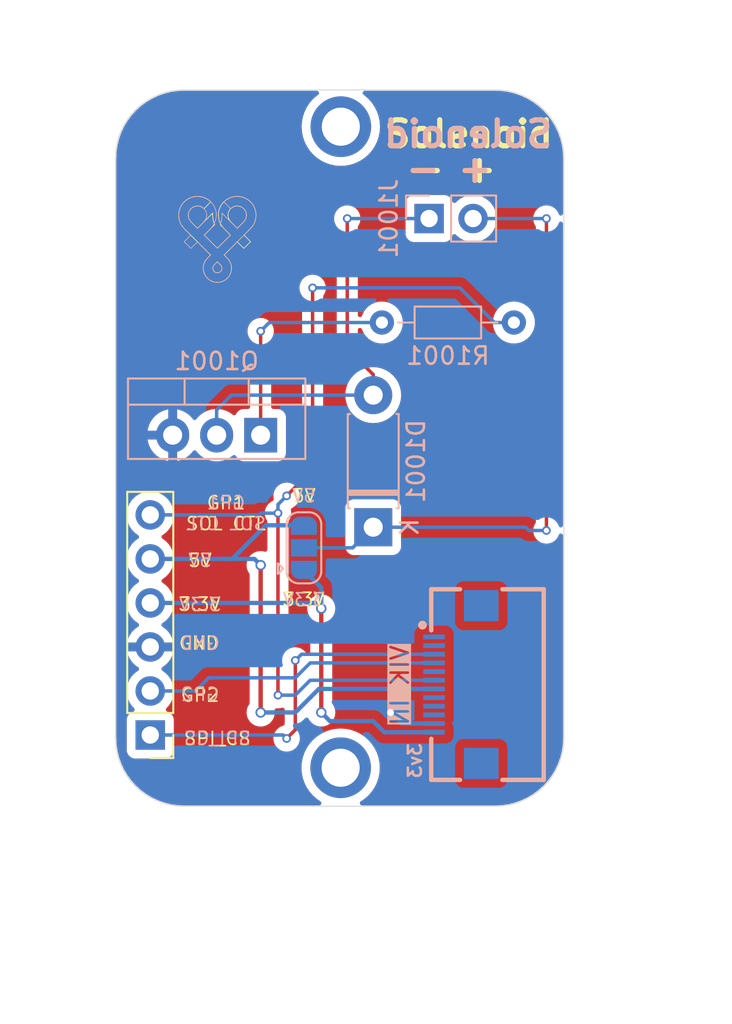
<source format=kicad_pcb>
(kicad_pcb (version 20240108) (generator "pcbnew") (generator_version "8.0")
  (layers (0 "F.Cu" signal) (31 "B.Cu" signal) (34 "B.Paste" user) (35 "F.Paste" user) (36 "B.SilkS" user "B.Silkscreen") (37 "F.SilkS" user "F.Silkscreen") (38 "B.Mask" user) (39 "F.Mask" user) (44 "Edge.Cuts" user))
  (net 0 "")
  (net 1 "GND")
  (net 2 "VDD_5V")
  (net 3 "VDD_3.3V")
  (net 4 "Net-(D1001-A)")
  (net 5 "Net-(D1001-K)")
  (net 6 "Net-(J1002-Pin_1)")
  (net 7 "SOL_CTL")
  (net 14 "Net-(Q1001-B)")
  (net 15 "Net-(J1002-Pin_2)")
  (footprint "Connector_PinHeader_2.54mm:PinHeader_1x06_P2.54mm_Vertical" (layer "F.Cu") (at 70.644194 127.282271 180)
    (property "Reference" "J1002" (hide yes))
    (property "Value" "Conn_01x06_Female")
    (fp_line (start 1.33 1.27) (end 1.33 14.03) (stroke (width 0.12)) (layer "F.SilkS"))
    (fp_line (start -1.33 14.03) (end 1.33 14.03) (stroke (width 0.12)) (layer "F.SilkS"))
    (fp_line (start -1.33 1.27) (end 1.33 1.27) (stroke (width 0.12)) (layer "F.SilkS"))
    (fp_line (start -1.33 1.27) (end -1.33 14.03) (stroke (width 0.12)) (layer "F.SilkS"))
    (fp_line (start -1.33 0) (end -1.33 -1.33) (stroke (width 0.12)) (layer "F.SilkS"))
    (fp_line (start -1.33 -1.33) (end 0 -1.33) (stroke (width 0.12)) (layer "F.SilkS"))
    (pad "1" thru_hole rect (at 0 0 180) (size 1.7 1.7) (drill 1) (layers "*.Cu" "*.Mask") (net 6 "Net-(J1002-Pin_1)"))
    (pad "2" thru_hole oval (at 0 2.54 180) (size 1.7 1.7) (drill 1) (layers "*.Cu" "*.Mask") (net 15 "Net-(J1002-Pin_2)"))
    (pad "3" thru_hole oval (at 0 5.08 180) (size 1.7 1.7) (drill 1) (layers "*.Cu" "*.Mask") (net 1 "GND"))
    (pad "4" thru_hole oval (at 0 7.62 180) (size 1.7 1.7) (drill 1) (layers "*.Cu" "*.Mask") (net 3 "VDD_3.3V"))
    (pad "5" thru_hole oval (at 0 10.16 180) (size 1.7 1.7) (drill 1) (layers "*.Cu" "*.Mask") (net 2 "VDD_5V"))
    (pad "6" thru_hole oval (at 0 12.7 180) (size 1.7 1.7) (drill 1) (layers "*.Cu" "*.Mask") (net 7 "SOL_CTL"))
  )
  (footprint "MountingHole:MountingHole_2.2mm_M2_ISO7380_Pad" (layer "F.Cu") (at 81.648 92.181999)
    (property "Reference" "REF**" (hide yes))
    (property "Value" "MountingHole_2.2mm_M2_ISO7380_Pad")
    (pad "1" thru_hole circle (at 0 0) (size 3.5 3.5) (drill 2.2) (layers "*.Cu" "*.Mask"))
  )
  (footprint "" (layer "F.Cu") (at 81.648 92.181999)
    (property "Reference" "" (at 0 0 0) (layer "F.SilkS") (effects (font (size 1.27 1.27))))
    (property "Value" "" (at 0 0 0) (layer "F.SilkS") (effects (font (size 1.27 1.27))))
  )
  (footprint "" (layer "F.Cu") (at 81.648 92.181999)
    (property "Reference" "" (at 0 0 0) (layer "F.SilkS") (effects (font (size 1.27 1.27))))
    (property "Value" "" (at 0 0 0) (layer "F.SilkS") (effects (font (size 1.27 1.27))))
  )
  (footprint "MountingHole:MountingHole_2.2mm_M2_ISO7380_Pad" (layer "F.Cu") (at 81.638 129.171999 90)
    (property "Reference" "REF**" (hide yes))
    (property "Value" "MountingHole_2.2mm_M2_ISO7380_Pad")
    (pad "1" thru_hole circle (at 0 0 90) (size 3.5 3.5) (drill 2.2) (layers "*.Cu" "*.Mask"))
  )
  (footprint "local:fingerpunch-logo-small" (layer "F.Cu") (at 74.519194 98.482271)
    (property "Reference" "REF**")
    (property "Value" "fingerpunch-logo-small")
    (fp_line (start -2.235199 -1.193481) (end -2.21435 -0.979777) (stroke (width 0.04)) (layer "F.SilkS"))
    (fp_line (start -2.21435 -1.407105) (end -2.235199 -1.193481) (stroke (width 0.04)) (layer "F.SilkS"))
    (fp_line (start -2.21435 -0.979777) (end -2.153072 -0.777133) (stroke (width 0.04)) (layer "F.SilkS"))
    (fp_line (start -2.153073 -1.609617) (end -2.21435 -1.407105) (stroke (width 0.04)) (layer "F.SilkS"))
    (fp_line (start -2.153072 -0.777133) (end -2.053272 -0.59047) (stroke (width 0.04)) (layer "F.SilkS"))
    (fp_line (start -2.053272 -1.796253) (end -2.153073 -1.609617) (stroke (width 0.04)) (layer "F.SilkS"))
    (fp_line (start -2.053272 -0.59047) (end -1.916853 -0.424709) (stroke (width 0.04)) (layer "F.SilkS"))
    (fp_line (start -1.916853 -1.962253) (end -2.053272 -1.796253) (stroke (width 0.04)) (layer "F.SilkS"))
    (fp_line (start -1.916853 -0.424709) (end -0.390027 1.102123) (stroke (width 0.04)) (layer "F.SilkS"))
    (fp_line (start -1.746444 -2.101345) (end -1.916853 -1.962253) (stroke (width 0.04)) (layer "F.SilkS"))
    (fp_line (start -1.683736 -1.193481) (end -1.643167 -1.398727) (stroke (width 0.04)) (layer "F.SilkS"))
    (fp_line (start -1.643167 -1.398727) (end -1.526821 -1.572223) (stroke (width 0.04)) (layer "F.SilkS"))
    (fp_line (start -1.643167 -0.988447) (end -1.683736 -1.193481) (stroke (width 0.04)) (layer "F.SilkS"))
    (fp_line (start -1.557302 -2.200696) (end -1.746444 -2.101345) (stroke (width 0.04)) (layer "F.SilkS"))
    (fp_line (start -1.526821 -1.572223) (end -1.349639 -1.689698) (stroke (width 0.04)) (layer "F.SilkS"))
    (fp_line (start -1.526821 -0.814739) (end -1.643167 -0.988447) (stroke (width 0.04)) (layer "F.SilkS"))
    (fp_line (start -1.355672 -2.260306) (end -1.557302 -2.200696) (stroke (width 0.04)) (layer "F.SilkS"))
    (fp_line (start -1.349639 -1.689698) (end -1.147797 -1.728856) (stroke (width 0.04)) (layer "F.SilkS"))
    (fp_line (start -1.148079 -0.435997) (end -1.526821 -0.814739) (stroke (width 0.04)) (layer "F.SilkS"))
    (fp_line (start -1.147798 -2.280176) (end -1.355672 -2.260306) (stroke (width 0.04)) (layer "F.SilkS"))
    (fp_line (start -1.147797 -1.728856) (end -0.945955 -1.689698) (stroke (width 0.04)) (layer "F.SilkS"))
    (fp_line (start -0.945955 -1.689698) (end -0.768773 -1.572223) (stroke (width 0.04)) (layer "F.SilkS"))
    (fp_line (start -0.939924 -2.260306) (end -1.147798 -2.280176) (stroke (width 0.04)) (layer "F.SilkS"))
    (fp_line (start -0.816182 1.867226) (end -0.801259 2.023394) (stroke (width 0.04)) (layer "F.SilkS"))
    (fp_line (start -0.801259 1.711059) (end -0.816182 1.867226) (stroke (width 0.04)) (layer "F.SilkS"))
    (fp_line (start -0.801259 2.023394) (end -0.756492 2.174866) (stroke (width 0.04)) (layer "F.SilkS"))
    (fp_line (start -0.768773 -1.572223) (end -0.378743 -1.962253) (stroke (width 0.04)) (layer "F.SilkS"))
    (fp_line (start -0.757487 -0.045957) (end -0.160869 -0.642575) (stroke (width 0.04)) (layer "F.SilkS"))
    (fp_line (start -0.756492 1.559587) (end -0.801259 1.711059) (stroke (width 0.04)) (layer "F.SilkS"))
    (fp_line (start -0.756492 2.174866) (end -0.68188 2.316945) (stroke (width 0.04)) (layer "F.SilkS"))
    (fp_line (start -0.738294 -2.200696) (end -0.939924 -2.260306) (stroke (width 0.04)) (layer "F.SilkS"))
    (fp_line (start -0.68188 1.417508) (end -0.756492 1.559587) (stroke (width 0.04)) (layer "F.SilkS"))
    (fp_line (start -0.68188 2.316945) (end -0.577422 2.444934) (stroke (width 0.04)) (layer "F.SilkS"))
    (fp_line (start -0.577422 1.289518) (end -0.68188 1.417508) (stroke (width 0.04)) (layer "F.SilkS"))
    (fp_line (start -0.577422 2.444934) (end -0.449408 2.549392) (stroke (width 0.04)) (layer "F.SilkS"))
    (fp_line (start -0.549152 -2.101345) (end -0.738294 -2.200696) (stroke (width 0.04)) (layer "F.SilkS"))
    (fp_line (start -0.449408 2.549392) (end -0.307265 2.624004) (stroke (width 0.04)) (layer "F.SilkS"))
    (fp_line (start -0.390027 1.102123) (end -0.577422 1.289518) (stroke (width 0.04)) (layer "F.SilkS"))
    (fp_line (start -0.378743 -1.962253) (end -0.549152 -2.101345) (stroke (width 0.04)) (layer "F.SilkS"))
    (fp_line (start -0.307265 2.624004) (end -0.155704 2.668772) (stroke (width 0.04)) (layer "F.SilkS"))
    (fp_line (start -0.273758 -1.202503) (end -0.268113 -1.315956) (stroke (width 0.04)) (layer "F.SilkS"))
    (fp_line (start -0.268113 -1.315956) (end -1.148079 -0.435997) (stroke (width 0.04)) (layer "F.SilkS"))
    (fp_line (start -0.264873 1.867783) (end -0.245505 1.767806) (stroke (width 0.04)) (layer "F.SilkS"))
    (fp_line (start -0.245505 1.767806) (end -0.187403 1.680105) (stroke (width 0.04)) (layer "F.SilkS"))
    (fp_line (start -0.245505 1.967761) (end -0.264873 1.867783) (stroke (width 0.04)) (layer "F.SilkS"))
    (fp_line (start -0.245465 -0.914707) (end -0.273758 -1.202503) (stroke (width 0.04)) (layer "F.SilkS"))
    (fp_line (start -0.187403 1.680105) (end -0.000008 1.49271) (stroke (width 0.04)) (layer "F.SilkS"))
    (fp_line (start -0.187403 2.055461) (end -0.245505 1.967761) (stroke (width 0.04)) (layer "F.SilkS"))
    (fp_line (start -0.160869 -0.642575) (end -0.245465 -0.914707) (stroke (width 0.04)) (layer "F.SilkS"))
    (fp_line (start -0.155704 2.668772) (end 0.000568 2.683694) (stroke (width 0.04)) (layer "F.SilkS"))
    (fp_line (start -0.100496 2.111976) (end -0.187403 2.055461) (stroke (width 0.04)) (layer "F.SilkS"))
    (fp_line (start -0.000008 1.49271) (end 0.187388 1.680105) (stroke (width 0.04)) (layer "F.SilkS"))
    (fp_line (start -0.000007 0.712083) (end -0.757487 -0.045957) (stroke (width 0.04)) (layer "F.SilkS"))
    (fp_line (start -0.000007 0.712083) (end -0.000007 0.712083) (stroke (width 0.04)) (layer "F.SilkS"))
    (fp_line (start 0.000275 2.130814) (end -0.100496 2.111976) (stroke (width 0.04)) (layer "F.SilkS"))
    (fp_line (start 0.000568 2.683694) (end 0.15676 2.668772) (stroke (width 0.04)) (layer "F.SilkS"))
    (fp_line (start 0.056445 -1.200806) (end 0.097649 -0.901086) (stroke (width 0.04)) (layer "F.SilkS"))
    (fp_line (start 0.072919 -1.387735) (end 0.056445 -1.200806) (stroke (width 0.04)) (layer "F.SilkS"))
    (fp_line (start 0.097649 -0.901086) (end 0.204682 -0.648286) (stroke (width 0.04)) (layer "F.SilkS"))
    (fp_line (start 0.101046 2.111976) (end 0.000275 2.130814) (stroke (width 0.04)) (layer "F.SilkS"))
    (fp_line (start 0.120509 -1.566355) (end 0.072919 -1.387735) (stroke (width 0.04)) (layer "F.SilkS"))
    (fp_line (start 0.15676 2.668772) (end 0.30819 2.624004) (stroke (width 0.04)) (layer "F.SilkS"))
    (fp_line (start 0.187388 1.680105) (end 0.245821 1.767726) (stroke (width 0.04)) (layer "F.SilkS"))
    (fp_line (start 0.187953 2.055461) (end 0.101046 2.111976) (stroke (width 0.04)) (layer "F.SilkS"))
    (fp_line (start 0.187953 2.055461) (end 0.187953 2.055461) (stroke (width 0.04)) (layer "F.SilkS"))
    (fp_line (start 0.197732 -1.733651) (end 0.120509 -1.566355) (stroke (width 0.04)) (layer "F.SilkS"))
    (fp_line (start 0.204682 -0.648286) (end 0.374791 -0.428082) (stroke (width 0.04)) (layer "F.SilkS"))
    (fp_line (start 0.245821 1.767726) (end 0.265357 1.867571) (stroke (width 0.04)) (layer "F.SilkS"))
    (fp_line (start 0.24605 1.967522) (end 0.187953 2.055461) (stroke (width 0.04)) (layer "F.SilkS"))
    (fp_line (start 0.265357 1.867571) (end 0.24605 1.967522) (stroke (width 0.04)) (layer "F.SilkS"))
    (fp_line (start 0.303107 -1.886606) (end 0.197732 -1.733651) (stroke (width 0.04)) (layer "F.SilkS"))
    (fp_line (start 0.30819 2.624004) (end 0.450306 2.549392) (stroke (width 0.04)) (layer "F.SilkS"))
    (fp_line (start 0.374791 -0.428082) (end 0.757485 -0.045388) (stroke (width 0.04)) (layer "F.SilkS"))
    (fp_line (start 0.379871 -1.971273) (end 0.303107 -1.886606) (stroke (width 0.04)) (layer "F.SilkS"))
    (fp_line (start 0.390033 1.102123) (end 1.148081 0.344075) (stroke (width 0.04)) (layer "F.SilkS"))
    (fp_line (start 0.450306 2.549392) (end 0.578558 2.444934) (stroke (width 0.04)) (layer "F.SilkS"))
    (fp_line (start 0.550178 -2.108433) (end 0.379871 -1.971273) (stroke (width 0.04)) (layer "F.SilkS"))
    (fp_line (start 0.578558 1.289518) (end 0.390033 1.102123) (stroke (width 0.04)) (layer "F.SilkS"))
    (fp_line (start 0.578558 2.444934) (end 0.683015 2.316945) (stroke (width 0.04)) (layer "F.SilkS"))
    (fp_line (start 0.609042 -1.199689) (end 0.641215 -1.378053) (stroke (width 0.04)) (layer "F.SilkS"))
    (fp_line (start 0.641215 -1.378053) (end 0.730962 -1.534405) (stroke (width 0.04)) (layer "F.SilkS"))
    (fp_line (start 0.649188 -0.993314) (end 0.609042 -1.199689) (stroke (width 0.04)) (layer "F.SilkS"))
    (fp_line (start 0.683015 1.417508) (end 0.578558 1.289518) (stroke (width 0.04)) (layer "F.SilkS"))
    (fp_line (start 0.683015 2.316945) (end 0.757627 2.174866) (stroke (width 0.04)) (layer "F.SilkS"))
    (fp_line (start 0.730962 -1.534405) (end 0.768215 -1.578996) (stroke (width 0.04)) (layer "F.SilkS"))
    (fp_line (start 0.739025 -2.206223) (end 0.550178 -2.108433) (stroke (width 0.04)) (layer "F.SilkS"))
    (fp_line (start 0.757485 -0.045388) (end -0.000007 0.712083) (stroke (width 0.04)) (layer "F.SilkS"))
    (fp_line (start 0.757627 1.559587) (end 0.683015 1.417508) (stroke (width 0.04)) (layer "F.SilkS"))
    (fp_line (start 0.757627 2.174866) (end 0.802395 2.023394) (stroke (width 0.04)) (layer "F.SilkS"))
    (fp_line (start 0.765957 -0.818689) (end 0.649188 -0.993314) (stroke (width 0.04)) (layer "F.SilkS"))
    (fp_line (start 0.768215 -1.578996) (end 0.769344 -1.580125) (stroke (width 0.04)) (layer "F.SilkS"))
    (fp_line (start 0.769344 -1.580125) (end 0.94411 -1.694213) (stroke (width 0.04)) (layer "F.SilkS"))
    (fp_line (start 0.802395 1.711059) (end 0.757627 1.559587) (stroke (width 0.04)) (layer "F.SilkS"))
    (fp_line (start 0.802395 2.023394) (end 0.817317 1.867226) (stroke (width 0.04)) (layer "F.SilkS"))
    (fp_line (start 0.817317 1.867226) (end 0.802395 1.711059) (stroke (width 0.04)) (layer "F.SilkS"))
    (fp_line (start 0.940189 -2.264643) (end 0.739025 -2.206223) (stroke (width 0.04)) (layer "F.SilkS"))
    (fp_line (start 0.94411 -1.694213) (end 1.143006 -1.732525) (stroke (width 0.04)) (layer "F.SilkS"))
    (fp_line (start 1.143006 -1.732525) (end 1.347052 -1.692661) (stroke (width 0.04)) (layer "F.SilkS"))
    (fp_line (start 1.147444 -2.283693) (end 0.940189 -2.264643) (stroke (width 0.04)) (layer "F.SilkS"))
    (fp_line (start 1.148081 0.344075) (end 1.526823 0.722817) (stroke (width 0.04)) (layer "F.SilkS"))
    (fp_line (start 1.148651 -0.435995) (end 0.765957 -0.818689) (stroke (width 0.04)) (layer "F.SilkS"))
    (fp_line (start 1.347052 -1.692661) (end 1.527392 -1.572787) (stroke (width 0.04)) (layer "F.SilkS"))
    (fp_line (start 1.354568 -2.263373) (end 1.147444 -2.283693) (stroke (width 0.04)) (layer "F.SilkS"))
    (fp_line (start 1.526823 0.722817) (end 1.916853 0.332787) (stroke (width 0.04)) (layer "F.SilkS"))
    (fp_line (start 1.527392 -1.572787) (end 1.643738 -1.399079) (stroke (width 0.04)) (layer "F.SilkS"))
    (fp_line (start 1.527393 -0.814737) (end 1.148651 -0.435995) (stroke (width 0.04)) (layer "F.SilkS"))
    (fp_line (start 1.527393 -0.814737) (end 1.527393 -0.814737) (stroke (width 0.04)) (layer "F.SilkS"))
    (fp_line (start 1.538111 -0.045955) (end 1.916853 -0.424697) (stroke (width 0.04)) (layer "F.SilkS"))
    (fp_line (start 1.555334 -2.203683) (end 1.354568 -2.263373) (stroke (width 0.04)) (layer "F.SilkS"))
    (fp_line (start 1.643733 -0.98894) (end 1.527393 -0.814737) (stroke (width 0.04)) (layer "F.SilkS"))
    (fp_line (start 1.643738 -1.399079) (end 1.684307 -1.194045) (stroke (width 0.04)) (layer "F.SilkS"))
    (fp_line (start 1.684307 -1.194045) (end 1.643733 -0.98894) (stroke (width 0.04)) (layer "F.SilkS"))
    (fp_line (start 1.74352 -2.104623) (end 1.555334 -2.203683) (stroke (width 0.04)) (layer "F.SilkS"))
    (fp_line (start 1.912901 -1.966193) (end 1.74352 -2.104623) (stroke (width 0.04)) (layer "F.SilkS"))
    (fp_line (start 1.916853 -0.424697) (end 2.053272 -0.590697) (stroke (width 0.04)) (layer "F.SilkS"))
    (fp_line (start 1.916853 0.332787) (end 1.538111 -0.045955) (stroke (width 0.04)) (layer "F.SilkS"))
    (fp_line (start 2.051605 -1.798148) (end 1.912901 -1.966193) (stroke (width 0.04)) (layer "F.SilkS"))
    (fp_line (start 2.053272 -0.590697) (end 2.153073 -0.777333) (stroke (width 0.04)) (layer "F.SilkS"))
    (fp_line (start 2.152578 -1.610311) (end 2.051605 -1.798148) (stroke (width 0.04)) (layer "F.SilkS"))
    (fp_line (start 2.153073 -0.777333) (end 2.21435 -0.979845) (stroke (width 0.04)) (layer "F.SilkS"))
    (fp_line (start 2.214288 -1.407234) (end 2.152578 -1.610311) (stroke (width 0.04)) (layer "F.SilkS"))
    (fp_line (start 2.21435 -0.979845) (end 2.235199 -1.193469) (stroke (width 0.04)) (layer "F.SilkS"))
    (fp_line (start 2.235199 -1.193469) (end 2.214288 -1.407234) (stroke (width 0.04)) (layer "F.SilkS"))
  )
  (footprint "Package_TO_SOT_THT:TO-220-3_Vertical" (layer "B.Cu") (at 77.019194 109.982271 180)
    (property "Reference" "Q1001" (at 2.54 4.27 0) (layer "B.SilkS") (effects (justify mirror)))
    (property "Value" "TIP120")
    (fp_line (start 7.66 3.27) (end -2.58 3.27) (stroke (width 0.12)) (layer "B.SilkS"))
    (fp_line (start 7.66 1.76) (end -2.58 1.76) (stroke (width 0.12)) (layer "B.SilkS"))
    (fp_line (start 7.66 -1.371) (end 7.66 3.27) (stroke (width 0.12)) (layer "B.SilkS"))
    (fp_line (start 7.66 -1.371) (end -2.58 -1.371) (stroke (width 0.12)) (layer "B.SilkS"))
    (fp_line (start 4.391 1.76) (end 4.391 3.27) (stroke (width 0.12)) (layer "B.SilkS"))
    (fp_line (start 0.69 1.76) (end 0.69 3.27) (stroke (width 0.12)) (layer "B.SilkS"))
    (fp_line (start -2.58 -1.371) (end -2.58 3.27) (stroke (width 0.12)) (layer "B.SilkS"))
    (pad "1" thru_hole rect (at 0 0 180) (size 1.905 2) (drill 1.1) (layers "*.Cu" "*.Mask") (net 14 "Net-(Q1001-B)"))
    (pad "2" thru_hole oval (at 2.54 0 180) (size 1.905 2) (drill 1.1) (layers "*.Cu" "*.Mask") (net 4 "Net-(D1001-A)"))
    (pad "3" thru_hole oval (at 5.08 0 180) (size 1.905 2) (drill 1.1) (layers "*.Cu" "*.Mask") (net 1 "GND"))
  )
  (footprint "Resistor_THT:R_Axial_DIN0204_L3.6mm_D1.6mm_P7.62mm_Horizontal" (layer "B.Cu") (at 84.019194 103.482271)
    (property "Reference" "R1001" (at 3.81 1.92 0) (layer "B.SilkS") (effects (justify mirror)))
    (property "Value" "R2.2")
    (fp_line (start 1.89 -0.92) (end 1.89 0.92) (stroke (width 0.12)) (layer "B.SilkS"))
    (fp_line (start 1.89 0) (end 0.94 0) (stroke (width 0.12)) (layer "B.SilkS"))
    (fp_line (start 1.89 0.92) (end 5.73 0.92) (stroke (width 0.12)) (layer "B.SilkS"))
    (fp_line (start 5.73 -0.92) (end 1.89 -0.92) (stroke (width 0.12)) (layer "B.SilkS"))
    (fp_line (start 5.73 0) (end 6.68 0) (stroke (width 0.12)) (layer "B.SilkS"))
    (fp_line (start 5.73 0.92) (end 5.73 -0.92) (stroke (width 0.12)) (layer "B.SilkS"))
    (pad "1" thru_hole circle (at 0 0) (size 1.4 1.4) (drill 0.7) (layers "*.Cu" "*.Mask") (net 14 "Net-(Q1001-B)"))
    (pad "2" thru_hole oval (at 7.62 0) (size 1.4 1.4) (drill 0.7) (layers "*.Cu" "*.Mask") (net 7 "SOL_CTL"))
  )
  (footprint "local:fingerpunch-logo-small" (layer "B.Cu") (at 74.519194 98.482271 180)
    (property "Reference" "REF**")
    (property "Value" "fingerpunch-logo-small")
    (fp_line (start 2.235199 1.193469) (end 2.21435 0.979845) (stroke (width 0.04)) (layer "B.SilkS"))
    (fp_line (start 2.21435 0.979845) (end 2.153073 0.777333) (stroke (width 0.04)) (layer "B.SilkS"))
    (fp_line (start 2.214288 1.407234) (end 2.235199 1.193469) (stroke (width 0.04)) (layer "B.SilkS"))
    (fp_line (start 2.153073 0.777333) (end 2.053272 0.590697) (stroke (width 0.04)) (layer "B.SilkS"))
    (fp_line (start 2.152578 1.610311) (end 2.214288 1.407234) (stroke (width 0.04)) (layer "B.SilkS"))
    (fp_line (start 2.053272 0.590697) (end 1.916853 0.424697) (stroke (width 0.04)) (layer "B.SilkS"))
    (fp_line (start 2.051605 1.798148) (end 2.152578 1.610311) (stroke (width 0.04)) (layer "B.SilkS"))
    (fp_line (start 1.916853 0.424697) (end 1.538111 0.045955) (stroke (width 0.04)) (layer "B.SilkS"))
    (fp_line (start 1.916853 -0.332787) (end 1.526823 -0.722817) (stroke (width 0.04)) (layer "B.SilkS"))
    (fp_line (start 1.912901 1.966193) (end 2.051605 1.798148) (stroke (width 0.04)) (layer "B.SilkS"))
    (fp_line (start 1.74352 2.104623) (end 1.912901 1.966193) (stroke (width 0.04)) (layer "B.SilkS"))
    (fp_line (start 1.684307 1.194045) (end 1.643738 1.399079) (stroke (width 0.04)) (layer "B.SilkS"))
    (fp_line (start 1.643738 1.399079) (end 1.527392 1.572787) (stroke (width 0.04)) (layer "B.SilkS"))
    (fp_line (start 1.643733 0.98894) (end 1.684307 1.194045) (stroke (width 0.04)) (layer "B.SilkS"))
    (fp_line (start 1.555334 2.203683) (end 1.74352 2.104623) (stroke (width 0.04)) (layer "B.SilkS"))
    (fp_line (start 1.538111 0.045955) (end 1.916853 -0.332787) (stroke (width 0.04)) (layer "B.SilkS"))
    (fp_line (start 1.527393 0.814737) (end 1.643733 0.98894) (stroke (width 0.04)) (layer "B.SilkS"))
    (fp_line (start 1.527393 0.814737) (end 1.527393 0.814737) (stroke (width 0.04)) (layer "B.SilkS"))
    (fp_line (start 1.527392 1.572787) (end 1.347052 1.692661) (stroke (width 0.04)) (layer "B.SilkS"))
    (fp_line (start 1.526823 -0.722817) (end 1.148081 -0.344075) (stroke (width 0.04)) (layer "B.SilkS"))
    (fp_line (start 1.354568 2.263373) (end 1.555334 2.203683) (stroke (width 0.04)) (layer "B.SilkS"))
    (fp_line (start 1.347052 1.692661) (end 1.143006 1.732525) (stroke (width 0.04)) (layer "B.SilkS"))
    (fp_line (start 1.148651 0.435995) (end 1.527393 0.814737) (stroke (width 0.04)) (layer "B.SilkS"))
    (fp_line (start 1.148081 -0.344075) (end 0.390033 -1.102123) (stroke (width 0.04)) (layer "B.SilkS"))
    (fp_line (start 1.147444 2.283693) (end 1.354568 2.263373) (stroke (width 0.04)) (layer "B.SilkS"))
    (fp_line (start 1.143006 1.732525) (end 0.94411 1.694213) (stroke (width 0.04)) (layer "B.SilkS"))
    (fp_line (start 0.94411 1.694213) (end 0.769344 1.580125) (stroke (width 0.04)) (layer "B.SilkS"))
    (fp_line (start 0.940189 2.264643) (end 1.147444 2.283693) (stroke (width 0.04)) (layer "B.SilkS"))
    (fp_line (start 0.817317 -1.867226) (end 0.802395 -2.023394) (stroke (width 0.04)) (layer "B.SilkS"))
    (fp_line (start 0.802395 -1.711059) (end 0.817317 -1.867226) (stroke (width 0.04)) (layer "B.SilkS"))
    (fp_line (start 0.802395 -2.023394) (end 0.757627 -2.174866) (stroke (width 0.04)) (layer "B.SilkS"))
    (fp_line (start 0.769344 1.580125) (end 0.768215 1.578996) (stroke (width 0.04)) (layer "B.SilkS"))
    (fp_line (start 0.768215 1.578996) (end 0.730962 1.534405) (stroke (width 0.04)) (layer "B.SilkS"))
    (fp_line (start 0.765957 0.818689) (end 1.148651 0.435995) (stroke (width 0.04)) (layer "B.SilkS"))
    (fp_line (start 0.757627 -1.559587) (end 0.802395 -1.711059) (stroke (width 0.04)) (layer "B.SilkS"))
    (fp_line (start 0.757627 -2.174866) (end 0.683015 -2.316945) (stroke (width 0.04)) (layer "B.SilkS"))
    (fp_line (start 0.757485 0.045388) (end 0.374791 0.428082) (stroke (width 0.04)) (layer "B.SilkS"))
    (fp_line (start 0.739025 2.206223) (end 0.940189 2.264643) (stroke (width 0.04)) (layer "B.SilkS"))
    (fp_line (start 0.730962 1.534405) (end 0.641215 1.378053) (stroke (width 0.04)) (layer "B.SilkS"))
    (fp_line (start 0.683015 -1.417508) (end 0.757627 -1.559587) (stroke (width 0.04)) (layer "B.SilkS"))
    (fp_line (start 0.683015 -2.316945) (end 0.578558 -2.444934) (stroke (width 0.04)) (layer "B.SilkS"))
    (fp_line (start 0.649188 0.993314) (end 0.765957 0.818689) (stroke (width 0.04)) (layer "B.SilkS"))
    (fp_line (start 0.641215 1.378053) (end 0.609042 1.199689) (stroke (width 0.04)) (layer "B.SilkS"))
    (fp_line (start 0.609042 1.199689) (end 0.649188 0.993314) (stroke (width 0.04)) (layer "B.SilkS"))
    (fp_line (start 0.578558 -1.289518) (end 0.683015 -1.417508) (stroke (width 0.04)) (layer "B.SilkS"))
    (fp_line (start 0.578558 -2.444934) (end 0.450306 -2.549392) (stroke (width 0.04)) (layer "B.SilkS"))
    (fp_line (start 0.550178 2.108433) (end 0.739025 2.206223) (stroke (width 0.04)) (layer "B.SilkS"))
    (fp_line (start 0.450306 -2.549392) (end 0.30819 -2.624004) (stroke (width 0.04)) (layer "B.SilkS"))
    (fp_line (start 0.390033 -1.102123) (end 0.578558 -1.289518) (stroke (width 0.04)) (layer "B.SilkS"))
    (fp_line (start 0.379871 1.971273) (end 0.550178 2.108433) (stroke (width 0.04)) (layer "B.SilkS"))
    (fp_line (start 0.374791 0.428082) (end 0.204682 0.648286) (stroke (width 0.04)) (layer "B.SilkS"))
    (fp_line (start 0.30819 -2.624004) (end 0.15676 -2.668772) (stroke (width 0.04)) (layer "B.SilkS"))
    (fp_line (start 0.303107 1.886606) (end 0.379871 1.971273) (stroke (width 0.04)) (layer "B.SilkS"))
    (fp_line (start 0.265357 -1.867571) (end 0.245821 -1.767726) (stroke (width 0.04)) (layer "B.SilkS"))
    (fp_line (start 0.24605 -1.967522) (end 0.265357 -1.867571) (stroke (width 0.04)) (layer "B.SilkS"))
    (fp_line (start 0.245821 -1.767726) (end 0.187388 -1.680105) (stroke (width 0.04)) (layer "B.SilkS"))
    (fp_line (start 0.204682 0.648286) (end 0.097649 0.901086) (stroke (width 0.04)) (layer "B.SilkS"))
    (fp_line (start 0.197732 1.733651) (end 0.303107 1.886606) (stroke (width 0.04)) (layer "B.SilkS"))
    (fp_line (start 0.187953 -2.055461) (end 0.24605 -1.967522) (stroke (width 0.04)) (layer "B.SilkS"))
    (fp_line (start 0.187953 -2.055461) (end 0.187953 -2.055461) (stroke (width 0.04)) (layer "B.SilkS"))
    (fp_line (start 0.187388 -1.680105) (end -0.000008 -1.49271) (stroke (width 0.04)) (layer "B.SilkS"))
    (fp_line (start 0.15676 -2.668772) (end 0.000568 -2.683694) (stroke (width 0.04)) (layer "B.SilkS"))
    (fp_line (start 0.120509 1.566355) (end 0.197732 1.733651) (stroke (width 0.04)) (layer "B.SilkS"))
    (fp_line (start 0.101046 -2.111976) (end 0.187953 -2.055461) (stroke (width 0.04)) (layer "B.SilkS"))
    (fp_line (start 0.097649 0.901086) (end 0.056445 1.200806) (stroke (width 0.04)) (layer "B.SilkS"))
    (fp_line (start 0.072919 1.387735) (end 0.120509 1.566355) (stroke (width 0.04)) (layer "B.SilkS"))
    (fp_line (start 0.056445 1.200806) (end 0.072919 1.387735) (stroke (width 0.04)) (layer "B.SilkS"))
    (fp_line (start 0.000568 -2.683694) (end -0.155704 -2.668772) (stroke (width 0.04)) (layer "B.SilkS"))
    (fp_line (start 0.000275 -2.130814) (end 0.101046 -2.111976) (stroke (width 0.04)) (layer "B.SilkS"))
    (fp_line (start -0.000007 -0.712083) (end 0.757485 0.045388) (stroke (width 0.04)) (layer "B.SilkS"))
    (fp_line (start -0.000007 -0.712083) (end -0.000007 -0.712083) (stroke (width 0.04)) (layer "B.SilkS"))
    (fp_line (start -0.000008 -1.49271) (end -0.187403 -1.680105) (stroke (width 0.04)) (layer "B.SilkS"))
    (fp_line (start -0.100496 -2.111976) (end 0.000275 -2.130814) (stroke (width 0.04)) (layer "B.SilkS"))
    (fp_line (start -0.155704 -2.668772) (end -0.307265 -2.624004) (stroke (width 0.04)) (layer "B.SilkS"))
    (fp_line (start -0.160869 0.642575) (end -0.757487 0.045957) (stroke (width 0.04)) (layer "B.SilkS"))
    (fp_line (start -0.187403 -1.680105) (end -0.245505 -1.767806) (stroke (width 0.04)) (layer "B.SilkS"))
    (fp_line (start -0.187403 -2.055461) (end -0.100496 -2.111976) (stroke (width 0.04)) (layer "B.SilkS"))
    (fp_line (start -0.245465 0.914707) (end -0.160869 0.642575) (stroke (width 0.04)) (layer "B.SilkS"))
    (fp_line (start -0.245505 -1.767806) (end -0.264873 -1.867783) (stroke (width 0.04)) (layer "B.SilkS"))
    (fp_line (start -0.245505 -1.967761) (end -0.187403 -2.055461) (stroke (width 0.04)) (layer "B.SilkS"))
    (fp_line (start -0.264873 -1.867783) (end -0.245505 -1.967761) (stroke (width 0.04)) (layer "B.SilkS"))
    (fp_line (start -0.268113 1.315956) (end -0.273758 1.202503) (stroke (width 0.04)) (layer "B.SilkS"))
    (fp_line (start -0.273758 1.202503) (end -0.245465 0.914707) (stroke (width 0.04)) (layer "B.SilkS"))
    (fp_line (start -0.307265 -2.624004) (end -0.449408 -2.549392) (stroke (width 0.04)) (layer "B.SilkS"))
    (fp_line (start -0.378743 1.962253) (end -0.768773 1.572223) (stroke (width 0.04)) (layer "B.SilkS"))
    (fp_line (start -0.390027 -1.102123) (end -1.916853 0.424709) (stroke (width 0.04)) (layer "B.SilkS"))
    (fp_line (start -0.449408 -2.549392) (end -0.577422 -2.444934) (stroke (width 0.04)) (layer "B.SilkS"))
    (fp_line (start -0.549152 2.101345) (end -0.378743 1.962253) (stroke (width 0.04)) (layer "B.SilkS"))
    (fp_line (start -0.577422 -1.289518) (end -0.390027 -1.102123) (stroke (width 0.04)) (layer "B.SilkS"))
    (fp_line (start -0.577422 -2.444934) (end -0.68188 -2.316945) (stroke (width 0.04)) (layer "B.SilkS"))
    (fp_line (start -0.68188 -1.417508) (end -0.577422 -1.289518) (stroke (width 0.04)) (layer "B.SilkS"))
    (fp_line (start -0.68188 -2.316945) (end -0.756492 -2.174866) (stroke (width 0.04)) (layer "B.SilkS"))
    (fp_line (start -0.738294 2.200696) (end -0.549152 2.101345) (stroke (width 0.04)) (layer "B.SilkS"))
    (fp_line (start -0.756492 -1.559587) (end -0.68188 -1.417508) (stroke (width 0.04)) (layer "B.SilkS"))
    (fp_line (start -0.756492 -2.174866) (end -0.801259 -2.023394) (stroke (width 0.04)) (layer "B.SilkS"))
    (fp_line (start -0.757487 0.045957) (end -0.000007 -0.712083) (stroke (width 0.04)) (layer "B.SilkS"))
    (fp_line (start -0.768773 1.572223) (end -0.945955 1.689698) (stroke (width 0.04)) (layer "B.SilkS"))
    (fp_line (start -0.801259 -1.711059) (end -0.756492 -1.559587) (stroke (width 0.04)) (layer "B.SilkS"))
    (fp_line (start -0.801259 -2.023394) (end -0.816182 -1.867226) (stroke (width 0.04)) (layer "B.SilkS"))
    (fp_line (start -0.816182 -1.867226) (end -0.801259 -1.711059) (stroke (width 0.04)) (layer "B.SilkS"))
    (fp_line (start -0.939924 2.260306) (end -0.738294 2.200696) (stroke (width 0.04)) (layer "B.SilkS"))
    (fp_line (start -0.945955 1.689698) (end -1.147797 1.728856) (stroke (width 0.04)) (layer "B.SilkS"))
    (fp_line (start -1.147797 1.728856) (end -1.349639 1.689698) (stroke (width 0.04)) (layer "B.SilkS"))
    (fp_line (start -1.147798 2.280176) (end -0.939924 2.260306) (stroke (width 0.04)) (layer "B.SilkS"))
    (fp_line (start -1.148079 0.435997) (end -0.268113 1.315956) (stroke (width 0.04)) (layer "B.SilkS"))
    (fp_line (start -1.349639 1.689698) (end -1.526821 1.572223) (stroke (width 0.04)) (layer "B.SilkS"))
    (fp_line (start -1.355672 2.260306) (end -1.147798 2.280176) (stroke (width 0.04)) (layer "B.SilkS"))
    (fp_line (start -1.526821 1.572223) (end -1.643167 1.398727) (stroke (width 0.04)) (layer "B.SilkS"))
    (fp_line (start -1.526821 0.814739) (end -1.148079 0.435997) (stroke (width 0.04)) (layer "B.SilkS"))
    (fp_line (start -1.557302 2.200696) (end -1.355672 2.260306) (stroke (width 0.04)) (layer "B.SilkS"))
    (fp_line (start -1.643167 1.398727) (end -1.683736 1.193481) (stroke (width 0.04)) (layer "B.SilkS"))
    (fp_line (start -1.643167 0.988447) (end -1.526821 0.814739) (stroke (width 0.04)) (layer "B.SilkS"))
    (fp_line (start -1.683736 1.193481) (end -1.643167 0.988447) (stroke (width 0.04)) (layer "B.SilkS"))
    (fp_line (start -1.746444 2.101345) (end -1.557302 2.200696) (stroke (width 0.04)) (layer "B.SilkS"))
    (fp_line (start -1.916853 1.962253) (end -1.746444 2.101345) (stroke (width 0.04)) (layer "B.SilkS"))
    (fp_line (start -1.916853 0.424709) (end -2.053272 0.59047) (stroke (width 0.04)) (layer "B.SilkS"))
    (fp_line (start -2.053272 1.796253) (end -1.916853 1.962253) (stroke (width 0.04)) (layer "B.SilkS"))
    (fp_line (start -2.053272 0.59047) (end -2.153072 0.777133) (stroke (width 0.04)) (layer "B.SilkS"))
    (fp_line (start -2.153072 0.777133) (end -2.21435 0.979777) (stroke (width 0.04)) (layer "B.SilkS"))
    (fp_line (start -2.153073 1.609617) (end -2.053272 1.796253) (stroke (width 0.04)) (layer "B.SilkS"))
    (fp_line (start -2.21435 1.407105) (end -2.153073 1.609617) (stroke (width 0.04)) (layer "B.SilkS"))
    (fp_line (start -2.21435 0.979777) (end -2.235199 1.193481) (stroke (width 0.04)) (layer "B.SilkS"))
    (fp_line (start -2.235199 1.193481) (end -2.21435 1.407105) (stroke (width 0.04)) (layer "B.SilkS"))
  )
  (footprint "Connector_PinHeader_2.54mm:PinHeader_1x02_P2.54mm_Vertical" (layer "B.Cu") (at 86.744194 97.482271 -90)
    (property "Reference" "J1001" (at 0 2.33 90) (layer "B.SilkS") (effects (justify mirror)))
    (property "Value" "Conn_01x02_Female")
    (fp_line (start -1.33 1.33) (end -1.33 0) (stroke (width 0.12)) (layer "B.SilkS"))
    (fp_line (start 0 1.33) (end -1.33 1.33) (stroke (width 0.12)) (layer "B.SilkS"))
    (fp_line (start 1.33 -1.27) (end -1.33 -1.27) (stroke (width 0.12)) (layer "B.SilkS"))
    (fp_line (start -1.33 -3.87) (end -1.33 -1.27) (stroke (width 0.12)) (layer "B.SilkS"))
    (fp_line (start 1.33 -3.87) (end 1.33 -1.27) (stroke (width 0.12)) (layer "B.SilkS"))
    (fp_line (start 1.33 -3.87) (end -1.33 -3.87) (stroke (width 0.12)) (layer "B.SilkS"))
    (pad "1" thru_hole rect (at 0 0 270) (size 1.7 1.7) (drill 1) (layers "*.Cu" "*.Mask") (net 4 "Net-(D1001-A)"))
    (pad "2" thru_hole oval (at 0 -2.54 270) (size 1.7 1.7) (drill 1) (layers "*.Cu" "*.Mask") (net 5 "Net-(D1001-K)"))
  )
  (footprint "vik:vik-module-connector-horizontal" (layer "B.Cu") (at 89.069194 124.372271 -90)
    (property "Reference" "J1003" (hide yes))
    (property "Value" "~")
    (fp_line (start -5.5 2.2) (end -3.131 2.2) (stroke (width 0.254)) (layer "B.SilkS"))
    (fp_line (start 5.5 2.2) (end 3.131 2.2) (stroke (width 0.254)) (layer "B.SilkS"))
    (fp_line (start -5.5 0.539) (end -5.5 2.2) (stroke (width 0.254)) (layer "B.SilkS"))
    (fp_line (start 5.5 0.539) (end 5.5 2.2) (stroke (width 0.254)) (layer "B.SilkS"))
    (fp_line (start -5.5 -4.295) (end -5.5 -1.912) (stroke (width 0.254)) (layer "B.SilkS"))
    (fp_line (start 5.5 -4.295) (end 5.5 -1.912) (stroke (width 0.254)) (layer "B.SilkS"))
    (fp_line (start 5.5 -4.295) (end -5.5 -4.295) (stroke (width 0.254)) (layer "B.SilkS"))
    (fp_circle (center -3.429 2.708) (end -3.302 2.708) (stroke (width 0.254)) (fill none) (layer "B.SilkS"))
    (fp_text user "VIK IN" (at -2.36 3.42 90) (layer "B.SilkS" knockout) (effects (justify left bottom mirror)))
    (fp_text user "3v3" (at 3.3 2.7 90) (layer "B.SilkS") (effects (font (size 0.75 0.75)) (justify left bottom mirror)))
    (pad "1" smd rect (at -2.75 2.038 270) (size 0.28 1.25) (layers "B.Cu" "B.Paste" "B.Mask"))
    (pad "2" smd rect (at -2.25 2.038 270) (size 0.28 1.25) (layers "B.Cu" "B.Paste" "B.Mask"))
    (pad "3" smd rect (at -1.75 2.038 270) (size 0.28 1.25) (layers "B.Cu" "B.Paste" "B.Mask") (net 6 "Net-(J1002-Pin_1)"))
    (pad "4" smd rect (at -1.25 2.038 270) (size 0.28 1.25) (layers "B.Cu" "B.Paste" "B.Mask") (net 15 "Net-(J1002-Pin_2)"))
    (pad "5" smd rect (at -0.75 2.038 270) (size 0.28 1.25) (layers "B.Cu" "B.Paste" "B.Mask"))
    (pad "6" smd rect (at -0.25 2.038 270) (size 0.28 1.25) (layers "B.Cu" "B.Paste" "B.Mask") (net 7 "SOL_CTL"))
    (pad "7" smd rect (at 0.25 2.038 270) (size 0.28 1.25) (layers "B.Cu" "B.Paste" "B.Mask") (net 2 "VDD_5V"))
    (pad "8" smd rect (at 0.75 2.038 270) (size 0.28 1.25) (layers "B.Cu" "B.Paste" "B.Mask"))
    (pad "9" smd rect (at 1.25 2.038 270) (size 0.28 1.25) (layers "B.Cu" "B.Paste" "B.Mask"))
    (pad "10" smd rect (at 1.75 2.038 270) (size 0.28 1.25) (layers "B.Cu" "B.Paste" "B.Mask"))
    (pad "11" smd rect (at 2.25 2.038 270) (size 0.28 1.25) (layers "B.Cu" "B.Paste" "B.Mask") (net 1 "GND"))
    (pad "12" smd rect (at 2.75 2.038 270) (size 0.28 1.25) (layers "B.Cu" "B.Paste" "B.Mask") (net 3 "VDD_3.3V"))
    (pad "13" smd rect (at 4.55 -0.686 270) (size 1.8 2) (layers "B.Cu" "B.Paste" "B.Mask"))
    (pad "14" smd rect (at -4.55 -0.686 270) (size 1.8 2) (layers "B.Cu" "B.Paste" "B.Mask"))
  )
  (footprint "Diode_THT:D_DO-41_SOD81_P7.62mm_Horizontal" (layer "B.Cu") (at 83.519194 115.292271 90)
    (property "Reference" "D1001" (at 3.81 2.47 90) (layer "B.SilkS") (effects (justify mirror)))
    (property "Value" "1N4001")
    (fp_line (start 6.53 -1.47) (end 1.09 -1.47) (stroke (width 0.12)) (layer "B.SilkS"))
    (fp_line (start 2.11 -1.47) (end 2.11 1.47) (stroke (width 0.12)) (layer "B.SilkS"))
    (fp_line (start 1.99 -1.47) (end 1.99 1.47) (stroke (width 0.12)) (layer "B.SilkS"))
    (fp_line (start 1.87 -1.47) (end 1.87 1.47) (stroke (width 0.12)) (layer "B.SilkS"))
    (fp_line (start 1.09 -1.47) (end 1.09 -1.34) (stroke (width 0.12)) (layer "B.SilkS"))
    (fp_line (start 6.53 -1.34) (end 6.53 -1.47) (stroke (width 0.12)) (layer "B.SilkS"))
    (fp_line (start 6.53 1.34) (end 6.53 1.47) (stroke (width 0.12)) (layer "B.SilkS"))
    (fp_line (start 6.53 1.47) (end 1.09 1.47) (stroke (width 0.12)) (layer "B.SilkS"))
    (fp_line (start 1.09 1.47) (end 1.09 1.34) (stroke (width 0.12)) (layer "B.SilkS"))
    (fp_text user "K" (at 0 2.1 90) (layer "B.SilkS") (effects (justify mirror)))
    (pad "1" thru_hole rect (at 0 0 90) (size 2.2 2.2) (drill 1.1) (layers "*.Cu" "*.Mask") (net 5 "Net-(D1001-K)"))
    (pad "2" thru_hole oval (at 7.62 0 90) (size 2.2 2.2) (drill 1.1) (layers "*.Cu" "*.Mask") (net 4 "Net-(D1001-A)"))
  )
  (footprint "Jumper:SolderJumper-3_P1.3mm_Open_RoundedPad1.0x1.5mm" (layer "B.Cu") (at 79.519194 116.482271 90)
    (property "Reference" "JP1001" (hide yes))
    (property "Value" "Jumper_3_Open")
    (fp_line (start -0.9 -1.5) (end -1.5 -1.5) (stroke (width 0.12)) (layer "B.SilkS"))
    (fp_line (start -0.9 -1.5) (end -1.2 -1.2) (stroke (width 0.12)) (layer "B.SilkS"))
    (fp_line (start -1.5 -1.5) (end -1.2 -1.2) (stroke (width 0.12)) (layer "B.SilkS"))
    (fp_line (start -1.4 -1) (end 1.4 -1) (stroke (width 0.12)) (layer "B.SilkS"))
    (fp_line (start 2.05 -0.3) (end 2.05 0.3) (stroke (width 0.12)) (layer "B.SilkS"))
    (fp_line (start -2.05 0.3) (end -2.05 -0.3) (stroke (width 0.12)) (layer "B.SilkS"))
    (fp_line (start 1.4 1) (end -1.4 1) (stroke (width 0.12)) (layer "B.SilkS"))
    (fp_arc (start 1.35 -1) (mid 1.844975 -0.794975) (end 2.05 -0.3) (stroke (width 0.12)) (layer "B.SilkS"))
    (fp_arc (start -2.05 -0.3) (mid -1.844975 -0.794975) (end -1.35 -1) (stroke (width 0.12)) (layer "B.SilkS"))
    (fp_arc (start 2.05 0.3) (mid 1.844975 0.794975) (end 1.35 1) (stroke (width 0.12)) (layer "B.SilkS"))
    (fp_arc (start -1.35 1) (mid -1.844975 0.794975) (end -2.05 0.3) (stroke (width 0.12)) (layer "B.SilkS"))
    (pad "1" smd custom (at -1.3 0 90) (size 1 0.5) (layers "B.Cu" "B.Mask") (net 3 "VDD_3.3V") (options (clearance outline) (anchor rect)) (primitives (gr_circle (center 0 -0.25) (end 0.5 -0.25) (width 0) (fill yes)) (gr_circle (center 0 0.25) (end 0.5 0.25) (width 0) (fill yes)) (gr_poly (pts (xy 0.55 -0.75) (xy 0 -0.75) (xy 0 0.75) (xy 0.55 0.75)) (width 0) (fill yes))))
    (pad "2" smd rect (at 0 0 90) (size 1 1.5) (layers "B.Cu" "B.Mask") (net 5 "Net-(D1001-K)"))
    (pad "3" smd custom (at 1.3 0 90) (size 1 0.5) (layers "B.Cu" "B.Mask") (net 2 "VDD_5V") (options (clearance outline) (anchor rect)) (primitives (gr_circle (center 0 -0.25) (end 0.5 -0.25) (width 0) (fill yes)) (gr_circle (center 0 0.25) (end 0.5 0.25) (width 0) (fill yes)) (gr_poly (pts (xy 0 -0.75) (xy -0.55 -0.75) (xy -0.55 0.75) (xy 0 0.75)) (width 0) (fill yes))))
  )
  (gr_arc (start 90.589194 90.062271) (mid 93.375209 91.216266) (end 94.529194 94.002271) (stroke (width 0.05)) (layer "Edge.Cuts"))
  (gr_line (start 68.639194 94.002271) (end 68.639194 127.452271) (stroke (width 0.05)) (layer "Edge.Cuts"))
  (gr_line (start 94.529194 127.452271) (end 94.529194 94.002271) (stroke (width 0.05)) (layer "Edge.Cuts"))
  (gr_line (start 90.589194 90.062271) (end 72.579194 90.062271) (stroke (width 0.05)) (layer "Edge.Cuts"))
  (gr_arc (start 72.579194 131.392271) (mid 69.793207 130.238268) (end 68.639194 127.452271) (stroke (width 0.05)) (layer "Edge.Cuts"))
  (gr_line (start 72.579194 131.392271) (end 90.589194 131.392271) (stroke (width 0.05)) (layer "Edge.Cuts"))
  (gr_arc (start 94.529194 127.452271) (mid 93.375205 130.238288) (end 90.589194 131.392271) (stroke (width 0.05)) (layer "Edge.Cuts"))
  (gr_arc (start 68.639194 94.002271) (mid 69.793193 91.216271) (end 72.579194 90.062271) (stroke (width 0.05)) (layer "Edge.Cuts"))
  (gr_text "5V" (at 73.519194 117.207271 0) (layer "B.SilkS") (effects (font (size 0.75 0.75) (thickness 0.1)) (justify mirror)))
  (gr_text "GP1\nSOL CTL" (at 75.019194 114.482271 0) (layer "B.SilkS") (effects (font (size 0.75 0.75) (thickness 0.1)) (justify mirror)))
  (gr_text "3.3V" (at 73.519194 119.757271 0) (layer "B.SilkS") (effects (font (size 0.75 0.75) (thickness 0.1)) (justify mirror)))
  (gr_text "GP2" (at 73.519194 124.932271 0) (layer "B.SilkS") (effects (font (size 0.75 0.75) (thickness 0.1)) (justify mirror)))
  (gr_text "Solenoid" (at 94.019194 93.482271 0) (layer "B.SilkS") (effects (font (size 1.5 1.5) (thickness 0.3) (bold yes)) (justify left bottom mirror)))
  (gr_text "3.3V" (at 79.519194 119.482271 0) (layer "B.SilkS") (effects (font (size 0.75 0.75) (thickness 0.1)) (justify mirror)))
  (gr_text "+" (at 90.519194 95.482271 -0) (layer "B.SilkS") (effects (font (size 1.5 1.5) (thickness 0.3) (bold yes)) (justify left bottom mirror)))
  (gr_text "-" (at 87.519194 95.482271 -0) (layer "B.SilkS") (effects (font (size 1.5 1.5) (thickness 0.3) (bold yes)) (justify left bottom mirror)))
  (gr_text "SPI_CS" (at 74.519194 127.482271 0) (layer "B.SilkS") (effects (font (size 0.75 0.75) (thickness 0.1)) (justify mirror)))
  (gr_text "GND" (at 73.519194 121.982271 0) (layer "B.SilkS") (effects (font (size 0.75 0.75) (thickness 0.1)) (justify mirror)))
  (gr_text "5V" (at 79.519194 113.482271 0) (layer "B.SilkS") (effects (font (size 0.75 0.75) (thickness 0.1)) (justify mirror)))
  (gr_text "GP2" (at 73.519194 124.982271 0) (layer "F.SilkS") (effects (font (size 0.75 0.75) (thickness 0.1))))
  (gr_text "5V" (at 73.519194 117.207271 0) (layer "F.SilkS") (effects (font (size 0.75 0.75) (thickness 0.1))))
  (gr_text "GP1\nSOL CTL" (at 75.019194 114.482271 0) (layer "F.SilkS") (effects (font (size 0.75 0.75) (thickness 0.1))))
  (gr_text "3.3V" (at 79.494194 119.457271 0) (layer "F.SilkS") (effects (font (size 0.75 0.75) (thickness 0.1))))
  (gr_text "5V" (at 79.519194 113.482271 0) (layer "F.SilkS") (effects (font (size 0.75 0.75) (thickness 0.1))))
  (gr_text "SPI_CS" (at 74.519194 127.482271 0) (layer "F.SilkS") (effects (font (size 0.75 0.75) (thickness 0.1))))
  (gr_text "Solenoid" (at 84.019194 93.482271 -0) (layer "F.SilkS") (effects (font (size 1.5 1.5) (thickness 0.3) (bold yes)) (justify left bottom)))
  (gr_text "3.3V" (at 73.494194 119.732271 0) (layer "F.SilkS") (effects (font (size 0.75 0.75) (thickness 0.1))))
  (gr_text "-" (at 85.519194 95.482271 0) (layer "F.SilkS") (effects (font (size 1.5 1.5) (thickness 0.3) (bold yes)) (justify left bottom)))
  (gr_text "+" (at 88.519194 95.482271 0) (layer "F.SilkS") (effects (font (size 1.5 1.5) (thickness 0.3) (bold yes)) (justify left bottom)))
  (gr_text "GND" (at 73.444194 121.982271 0) (layer "F.SilkS") (effects (font (size 0.75 0.75) (thickness 0.1))))
  (via (at 84.519194 125.982271) (size 0.6) (drill 0.4) (layers "F.Cu" "B.Cu") (net 1))
  (segment (start 85.159194 126.622271) (end 84.519194 125.982271) (width 0.25) (layer "B.Cu") (net 1))
  (segment (start 87.031194 126.622271) (end 85.159194 126.622271) (width 0.25) (layer "B.Cu") (net 1))
  (segment (start 77.019194 125.982271) (end 77.019194 117.482271) (width 0.25) (layer "F.Cu") (net 2))
  (via (at 77.019194 125.982271) (size 0.6) (drill 0.4) (layers "F.Cu" "B.Cu") (net 2))
  (via (at 77.019194 117.482271) (size 0.6) (drill 0.4) (layers "F.Cu" "B.Cu") (net 2))
  (segment (start 79.019194 125.982271) (end 77.019194 125.982271) (width 0.25) (layer "B.Cu") (net 2))
  (segment (start 87.031194 124.622271) (end 80.379194 124.622271) (width 0.25) (layer "B.Cu") (net 2))
  (segment (start 77.019194 117.482271) (end 76.659194 117.122271) (width 0.25) (layer "B.Cu") (net 2))
  (segment (start 75.019194 117.122271) (end 70.644194 117.122271) (width 0.25) (layer "B.Cu") (net 2))
  (segment (start 76.659194 117.122271) (end 75.019194 117.122271) (width 0.25) (layer "B.Cu") (net 2))
  (segment (start 75.379194 117.122271) (end 75.019194 117.122271) (width 0.25) (layer "B.Cu") (net 2))
  (segment (start 80.379194 124.622271) (end 79.519194 125.482271) (width 0.25) (layer "B.Cu") (net 2))
  (segment (start 77.319194 115.182271) (end 75.379194 117.122271) (width 0.25) (layer "B.Cu") (net 2))
  (segment (start 79.519194 125.482271) (end 79.019194 125.982271) (width 0.25) (layer "B.Cu") (net 2))
  (segment (start 79.519194 115.182271) (end 77.319194 115.182271) (width 0.25) (layer "B.Cu") (net 2))
  (segment (start 80.519194 125.982271) (end 80.519194 119.982271) (width 0.25) (layer "F.Cu") (net 3))
  (via (at 80.519194 119.982271) (size 0.6) (drill 0.4) (layers "F.Cu" "B.Cu") (net 3))
  (via (at 80.519194 125.982271) (size 0.6) (drill 0.4) (layers "F.Cu" "B.Cu") (net 3))
  (segment (start 84.159194 127.122271) (end 83.519194 126.482271) (width 0.25) (layer "B.Cu") (net 3))
  (segment (start 80.519194 118.782271) (end 80.519194 119.982271) (width 0.25) (layer "B.Cu") (net 3))
  (segment (start 79.519194 117.782271) (end 80.519194 118.782271) (width 0.25) (layer "B.Cu") (net 3))
  (segment (start 80.199194 119.662271) (end 70.644194 119.662271) (width 0.25) (layer "B.Cu") (net 3))
  (segment (start 81.019194 126.482271) (end 80.519194 125.982271) (width 0.25) (layer "B.Cu") (net 3))
  (segment (start 80.519194 119.982271) (end 80.199194 119.662271) (width 0.25) (layer "B.Cu") (net 3))
  (segment (start 83.519194 126.482271) (end 81.019194 126.482271) (width 0.25) (layer "B.Cu") (net 3))
  (segment (start 87.031194 127.122271) (end 84.159194 127.122271) (width 0.25) (layer "B.Cu") (net 3))
  (segment (start 82.019194 104.982271) (end 83.519194 106.482271) (width 0.2) (layer "F.Cu") (net 4))
  (segment (start 83.519194 106.482271) (end 83.519194 107.672271) (width 0.2) (layer "F.Cu") (net 4))
  (segment (start 82.019194 97.482271) (end 82.019194 104.982271) (width 0.2) (layer "F.Cu") (net 4))
  (via (at 82.019194 97.482271) (size 0.5) (drill 0.3) (layers "F.Cu" "B.Cu") (net 4))
  (segment (start 83.519194 107.672271) (end 75.329194 107.672271) (width 0.2) (layer "B.Cu") (net 4))
  (segment (start 86.744194 97.482271) (end 82.019194 97.482271) (width 0.2) (layer "B.Cu") (net 4))
  (segment (start 75.329194 107.672271) (end 74.479194 108.522271) (width 0.2) (layer "B.Cu") (net 4))
  (segment (start 74.479194 108.522271) (end 74.479194 109.982271) (width 0.2) (layer "B.Cu") (net 4))
  (segment (start 93.519194 97.482271) (end 93.519194 115.482271) (width 0.2) (layer "F.Cu") (net 5))
  (via (at 93.519194 97.482271) (size 0.5) (drill 0.3) (layers "F.Cu" "B.Cu") (net 5))
  (via (at 93.519194 115.482271) (size 0.5) (drill 0.3) (layers "F.Cu" "B.Cu") (net 5))
  (segment (start 89.284194 97.482271) (end 93.519194 97.482271) (width 0.2) (layer "B.Cu") (net 5))
  (segment (start 82.329194 116.482271) (end 83.519194 115.292271) (width 0.2) (layer "B.Cu") (net 5))
  (segment (start 79.519194 116.482271) (end 82.329194 116.482271) (width 0.2) (layer "B.Cu") (net 5))
  (segment (start 93.519194 115.482271) (end 92.519194 115.482271) (width 0.2) (layer "B.Cu") (net 5))
  (segment (start 92.519194 115.482271) (end 92.329194 115.292271) (width 0.2) (layer "B.Cu") (net 5))
  (segment (start 92.329194 115.292271) (end 83.519194 115.292271) (width 0.2) (layer "B.Cu") (net 5))
  (segment (start 79.019194 122.982271) (end 79.019194 126.982271) (width 0.2) (layer "F.Cu") (net 6))
  (segment (start 79.019194 126.982271) (end 78.519194 127.482271) (width 0.2) (layer "F.Cu") (net 6))
  (via (at 78.519194 127.482271) (size 0.5) (drill 0.3) (layers "F.Cu" "B.Cu") (net 6))
  (via (at 79.019194 122.982271) (size 0.5) (drill 0.3) (layers "F.Cu" "B.Cu") (net 6))
  (segment (start 79.379194 122.622271) (end 79.019194 122.982271) (width 0.2) (layer "B.Cu") (net 6))
  (segment (start 78.319194 127.282271) (end 70.644194 127.282271) (width 0.2) (layer "B.Cu") (net 6))
  (segment (start 78.519194 127.482271) (end 78.319194 127.282271) (width 0.2) (layer "B.Cu") (net 6))
  (segment (start 87.031194 122.622271) (end 79.379194 122.622271) (width 0.2) (layer "B.Cu") (net 6))
  (segment (start 78.519194 113.482271) (end 80.019194 111.982271) (width 0.2) (layer "F.Cu") (net 7))
  (segment (start 80.019194 111.982271) (end 80.019194 101.482271) (width 0.2) (layer "F.Cu") (net 7))
  (segment (start 78.019194 124.982271) (end 78.019194 114.482271) (width 0.2) (layer "F.Cu") (net 7))
  (via (at 78.019194 124.982271) (size 0.5) (drill 0.3) (layers "F.Cu" "B.Cu") (net 7))
  (via (at 78.019194 114.482271) (size 0.5) (drill 0.3) (layers "F.Cu" "B.Cu") (net 7))
  (via (at 80.019194 101.482271) (size 0.5) (drill 0.3) (layers "F.Cu" "B.Cu") (net 7))
  (via (at 78.519194 113.482271) (size 0.5) (drill 0.3) (layers "F.Cu" "B.Cu") (net 7))
  (segment (start 78.019194 113.982271) (end 78.519194 113.482271) (width 0.2) (layer "B.Cu") (net 7))
  (segment (start 77.019194 114.482271) (end 76.919194 114.582271) (width 0.2) (layer "B.Cu") (net 7))
  (segment (start 79.879194 124.122271) (end 79.519194 124.482271) (width 0.2) (layer "B.Cu") (net 7))
  (segment (start 80.019194 101.482271) (end 88.519194 101.482271) (width 0.2) (layer "B.Cu") (net 7))
  (segment (start 78.019194 114.482271) (end 77.019194 114.482271) (width 0.2) (layer "B.Cu") (net 7))
  (segment (start 79.019194 124.982271) (end 78.019194 124.982271) (width 0.2) (layer "B.Cu") (net 7))
  (segment (start 76.919194 114.582271) (end 70.644194 114.582271) (width 0.2) (layer "B.Cu") (net 7))
  (segment (start 88.519194 101.482271) (end 90.519194 103.482271) (width 0.2) (layer "B.Cu") (net 7))
  (segment (start 90.519194 103.482271) (end 91.639194 103.482271) (width 0.2) (layer "B.Cu") (net 7))
  (segment (start 78.019194 114.482271) (end 78.019194 113.982271) (width 0.2) (layer "B.Cu") (net 7))
  (segment (start 79.519194 124.482271) (end 79.019194 124.982271) (width 0.2) (layer "B.Cu") (net 7))
  (segment (start 87.031194 124.122271) (end 79.879194 124.122271) (width 0.2) (layer "B.Cu") (net 7))
  (segment (start 77.019194 103.982271) (end 77.019194 109.982271) (width 0.2) (layer "F.Cu") (net 14))
  (via (at 77.019194 103.982271) (size 0.5) (drill 0.3) (layers "F.Cu" "B.Cu") (net 14))
  (segment (start 84.019194 103.482271) (end 77.519194 103.482271) (width 0.2) (layer "B.Cu") (net 14))
  (segment (start 77.519194 103.482271) (end 77.019194 103.982271) (width 0.2) (layer "B.Cu") (net 14))
  (segment (start 79.879194 123.122271) (end 87.031194 123.122271) (width 0.2) (layer "B.Cu") (net 15))
  (segment (start 70.644194 124.742271) (end 73.259194 124.742271) (width 0.2) (layer "B.Cu") (net 15))
  (segment (start 74.019194 123.982271) (end 79.019194 123.982271) (width 0.2) (layer "B.Cu") (net 15))
  (segment (start 79.019194 123.982271) (end 79.879194 123.122271) (width 0.2) (layer "B.Cu") (net 15))
  (segment (start 73.259194 124.742271) (end 74.019194 123.982271) (width 0.2) (layer "B.Cu") (net 15))
  (zone (net 1) (net_name "GND") (layers "F&B.Cu") (connect_pads (clearance 0.508)) (min_thickness 0.254) (fill yes (thermal_gap 0.508) (thermal_bridge_width 0.508))
    (polygon (pts (xy 104.069194 85.122271) (xy 104.259194 138.632271) (xy 61.969194 138.442271) (xy 62.849194 84.872271)))
  )
)
</source>
